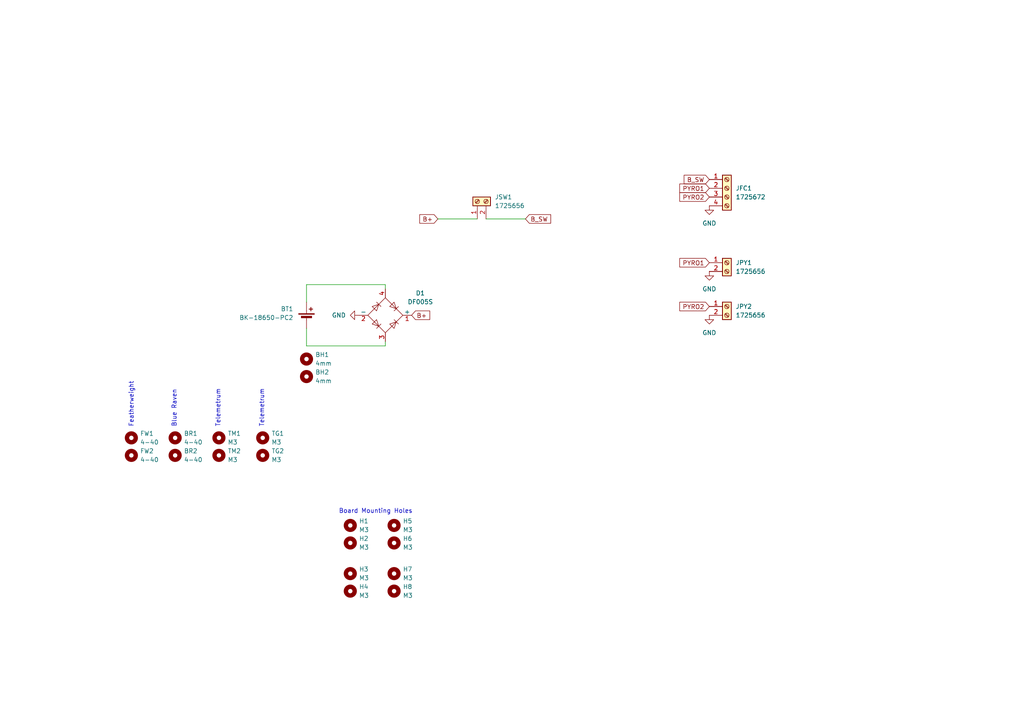
<source format=kicad_sch>
(kicad_sch (version 20250114) (generator "eeschema") (generator_version "9.0")
  (paper "A4")
  (lib_symbols
    (symbol "Connector:Screw_Terminal_01x02" (pin_names (offset 1.016) (hide yes))
      (property "Reference" "J" (at 0 2.54 0))
      (property "Value" "Screw_Terminal_01x02" (at 0 -5.08 0))
      (symbol "Screw_Terminal_01x02_1_1"
        (rectangle (start -1.27 1.27) (end 1.27 -3.81) (stroke (width 0.254)) (fill (type background)))
        (polyline (pts (xy -0.5334 0.3302) (xy 0.3302 -0.508)) (stroke (width 0.1524)))
        (polyline (pts (xy -0.5334 -2.2098) (xy 0.3302 -3.048)) (stroke (width 0.1524)))
        (polyline (pts (xy -0.3556 0.508) (xy 0.508 -0.3302)) (stroke (width 0.1524)))
        (polyline (pts (xy -0.3556 -2.032) (xy 0.508 -2.8702)) (stroke (width 0.1524)))
        (circle (center 0 0) (radius 0.635) (stroke (width 0.1524)))
        (circle (center 0 -2.54) (radius 0.635) (stroke (width 0.1524)))
        (pin passive line (at -5.08 0 0) (length 3.81) (name "Pin_1") (number "1"))
        (pin passive line (at -5.08 -2.54 0) (length 3.81) (name "Pin_2") (number "2"))
      )
    )
    (symbol "Connector:Screw_Terminal_01x04" (pin_names (offset 1.016) (hide yes))
      (property "Reference" "J" (at 0 5.08 0))
      (property "Value" "Screw_Terminal_01x04" (at 0 -7.62 0))
      (symbol "Screw_Terminal_01x04_1_1"
        (rectangle (start -1.27 3.81) (end 1.27 -6.35) (stroke (width 0.254)) (fill (type background)))
        (polyline (pts (xy -0.5334 2.8702) (xy 0.3302 2.032)) (stroke (width 0.1524)))
        (polyline (pts (xy -0.5334 0.3302) (xy 0.3302 -0.508)) (stroke (width 0.1524)))
        (polyline (pts (xy -0.5334 -2.2098) (xy 0.3302 -3.048)) (stroke (width 0.1524)))
        (polyline (pts (xy -0.5334 -4.7498) (xy 0.3302 -5.588)) (stroke (width 0.1524)))
        (polyline (pts (xy -0.3556 3.048) (xy 0.508 2.2098)) (stroke (width 0.1524)))
        (polyline (pts (xy -0.3556 0.508) (xy 0.508 -0.3302)) (stroke (width 0.1524)))
        (polyline (pts (xy -0.3556 -2.032) (xy 0.508 -2.8702)) (stroke (width 0.1524)))
        (polyline (pts (xy -0.3556 -4.572) (xy 0.508 -5.4102)) (stroke (width 0.1524)))
        (circle (center 0 2.54) (radius 0.635) (stroke (width 0.1524)))
        (circle (center 0 0) (radius 0.635) (stroke (width 0.1524)))
        (circle (center 0 -2.54) (radius 0.635) (stroke (width 0.1524)))
        (circle (center 0 -5.08) (radius 0.635) (stroke (width 0.1524)))
        (pin passive line (at -5.08 2.54 0) (length 3.81) (name "Pin_1") (number "1"))
        (pin passive line (at -5.08 0 0) (length 3.81) (name "Pin_2") (number "2"))
        (pin passive line (at -5.08 -2.54 0) (length 3.81) (name "Pin_3") (number "3"))
        (pin passive line (at -5.08 -5.08 0) (length 3.81) (name "Pin_4") (number "4"))
      )
    )
    (symbol "Device:Battery_Cell" (pin_numbers (hide yes)) (pin_names (offset 0) (hide yes))
      (property "Reference" "BT" (at 2.54 2.54 0))
      (property "Value" "Battery_Cell" (at 2.54 0 0))
      (symbol "Battery_Cell_0_1"
        (rectangle (start -2.286 1.778) (end 2.286 1.524) (fill (type outline)))
        (rectangle (start -1.524 1.016) (end 1.524 0.508) (fill (type outline)))
        (polyline (pts (xy 0 1.778) (xy 0 2.54)))
        (polyline (pts (xy 0 0.762) (xy 0 0)))
        (polyline (pts (xy 0.762 3.048) (xy 1.778 3.048)) (stroke (width 0.254)))
        (polyline (pts (xy 1.27 3.556) (xy 1.27 2.54)) (stroke (width 0.254)))
      )
      (symbol "Battery_Cell_1_1"
        (pin passive line (at 0 5.08 270) (length 2.54) (name "+") (number "1"))
        (pin passive line (at 0 -2.54 90) (length 2.54) (name "-") (number "2"))
      )
    )
    (symbol "Diode_Bridge:DF005S" (pin_names (offset 0))
      (property "Reference" "D" (at 2.54 6.985 0))
      (property "Value" "DF005S" (at 2.54 5.08 0))
      (symbol "DF005S_0_1"
        (polyline (pts (xy -5.08 0) (xy 0 -5.08) (xy 5.08 0) (xy 0 5.08) (xy -5.08 0)))
        (polyline (pts (xy -3.81 2.54) (xy -2.54 1.27) (xy -1.905 3.175) (xy -3.81 2.54)))
        (polyline (pts (xy -2.54 3.81) (xy -1.27 2.54)))
        (polyline (pts (xy -2.54 -1.27) (xy -3.81 -2.54) (xy -1.905 -3.175) (xy -2.54 -1.27)))
        (polyline (pts (xy -1.27 -2.54) (xy -2.54 -3.81)))
        (polyline (pts (xy 1.27 2.54) (xy 2.54 3.81) (xy 3.175 1.905) (xy 1.27 2.54)))
        (polyline (pts (xy 2.54 1.27) (xy 3.81 2.54)))
        (polyline (pts (xy 2.54 -1.27) (xy 3.81 -2.54)))
        (polyline (pts (xy 3.175 -1.905) (xy 1.27 -2.54) (xy 2.54 -3.81) (xy 3.175 -1.905)))
      )
      (symbol "DF005S_1_1"
        (pin passive line (at -7.62 0 0) (length 2.54) (name "-") (number "2"))
        (pin passive line (at 0 7.62 270) (length 2.54) (name "~") (number "4"))
        (pin passive line (at 0 -7.62 90) (length 2.54) (name "~") (number "3"))
        (pin passive line (at 7.62 0 180) (length 2.54) (name "+") (number "1"))
      )
    )
    (symbol "Mechanical:MountingHole" (pin_names (offset 1.016)) (in_bom no)
      (property "Reference" "H" (at 0 5.08 0))
      (property "Value" "MountingHole" (at 0 3.175 0))
      (symbol "MountingHole_0_1"
        (circle (center 0 0) (radius 1.27) (stroke (width 1.27)))
      )
    )
    (symbol "power:GND" (power) (pin_numbers (hide yes)) (pin_names (offset 0) (hide yes))
      (property "Value" "GND" (at 0 -3.81 0))
      (symbol "GND_0_1"
        (polyline (pts (xy 0 0) (xy 0 -1.27) (xy 1.27 -1.27) (xy 0 -2.54) (xy -1.27 -1.27) (xy 0 -1.27)))
      )
      (symbol "GND_1_1"
        (pin power_in line (at 0 0 270) (length 0) (name "~") (number "1"))
      )
    )
  )
  (text "Blue Raven" (at 50.546 123.952 90) (effects (font (size 1.27 1.27)) (justify left)))
  (text "Telemetrum" (at 63.246 123.952 90) (effects (font (size 1.27 1.27)) (justify left)))
  (text "Featherweight" (at 38.1 123.952 90) (effects (font (size 1.27 1.27)) (justify left)))
  (text "Telemetrum" (at 75.946 123.952 90) (effects (font (size 1.27 1.27)) (justify left)))
  (text "Board Mounting Holes" (at 108.966 148.336 0) (effects (font (size 1.27 1.27))))
  (wire (pts (xy 88.9 100.33) (xy 88.9 95.25)))
  (wire (pts (xy 111.76 99.06) (xy 111.76 100.33)))
  (wire (pts (xy 111.76 83.82) (xy 111.76 82.55)))
  (wire (pts (xy 88.9 82.55) (xy 88.9 87.63)))
  (wire (pts (xy 127 63.5) (xy 138.43 63.5)))
  (wire (pts (xy 111.76 100.33) (xy 88.9 100.33)))
  (wire (pts (xy 140.97 63.5) (xy 152.4 63.5)))
  (wire (pts (xy 111.76 82.55) (xy 88.9 82.55)))
  (global_label "PYRO1" (shape input) (at 205.74 54.61 180) (property "Intersheetrefs" "${INTERSHEET_REFS}" (effects (hide yes))))
  (global_label "B_SW" (shape input) (at 205.74 52.07 180) (property "Intersheetrefs" "${INTERSHEET_REFS}" (effects (hide yes))))
  (global_label "PYRO1" (shape input) (at 205.74 76.2 180) (property "Intersheetrefs" "${INTERSHEET_REFS}" (effects (hide yes))))
  (global_label "B_SW" (shape input) (at 152.4 63.5 0) (property "Intersheetrefs" "${INTERSHEET_REFS}" (effects (hide yes))))
  (global_label "PYRO2" (shape input) (at 205.74 57.15 180) (property "Intersheetrefs" "${INTERSHEET_REFS}" (effects (hide yes))))
  (global_label "PYRO2" (shape input) (at 205.74 88.9 180) (property "Intersheetrefs" "${INTERSHEET_REFS}" (effects (hide yes))))
  (global_label "B+" (shape input) (at 127 63.5 180) (property "Intersheetrefs" "${INTERSHEET_REFS}" (effects (hide yes))))
  (global_label "B+" (shape input) (at 119.38 91.44 0) (property "Intersheetrefs" "${INTERSHEET_REFS}" (effects (hide yes))))
  (symbol (lib_id "Connector:Screw_Terminal_01x02") (at 138.43 58.42 90) (unit 1)
    (property "Reference" "JSW1" (at 143.51 57.1499 90) (effects (justify right)))
    (property "Value" "1725656" (at 143.51 59.6899 90) (effects (justify right)))
    (property "Footprint" "Connector_PinHeader_2.54mm:PinHeader_1x02_P2.54mm_Vertical" (effects (hide yes)))
    (property "Description" "Generic screw terminal, single row, 01x02, script generated (kicad-library-utils/schlib/autogen/connector/)" (effects (hide yes)))
    (property "DKPN" "277-1273-ND" (effects (hide yes)))
  )
  (symbol (lib_id "Mechanical:MountingHole") (at 38.1 127 0) (unit 1) (in_bom no)
    (property "Reference" "FW1" (at 40.64 125.7299 0) (effects (justify left)))
    (property "Value" "4-40" (at 40.64 128.2699 0) (effects (justify left)))
    (property "Footprint" "MountingHole:MountingHole_3.2mm_M3" (effects (hide yes)))
    (property "Description" "Mounting Hole without connection" (effects (hide yes)))
  )
  (symbol (lib_id "Mechanical:MountingHole") (at 50.8 132.08 0) (unit 1) (in_bom no)
    (property "Reference" "BR2" (at 53.34 130.8099 0) (effects (justify left)))
    (property "Value" "4-40" (at 53.34 133.3499 0) (effects (justify left)))
    (property "Footprint" "MountingHole:MountingHole_3.2mm_M3" (effects (hide yes)))
    (property "Description" "Mounting Hole without connection" (effects (hide yes)))
  )
  (symbol (lib_id "Mechanical:MountingHole") (at 114.3 157.48 0) (unit 1) (in_bom no)
    (property "Reference" "H6" (at 116.84 156.2099 0) (effects (justify left)))
    (property "Value" "M3" (at 116.84 158.7499 0) (effects (justify left)))
    (property "Footprint" "MountingHole:MountingHole_3.2mm_M3" (effects (hide yes)))
    (property "Description" "Mounting Hole without connection" (effects (hide yes)))
  )
  (symbol (lib_id "power:GND") (at 205.74 78.74 0) (unit 1)
    (property "Reference" "#PWR03" (effects (hide yes)))
    (property "Value" "GND" (at 205.74 83.82 0))
    (property "Description" "Power symbol creates a global label with name \"GND\" , ground" (effects (hide yes)))
  )
  (symbol (lib_id "Connector:Screw_Terminal_01x02") (at 210.82 88.9 0) (unit 1)
    (property "Reference" "JPY2" (at 213.36 88.8999 0) (effects (justify left)))
    (property "Value" "1725656" (at 213.36 91.4399 0) (effects (justify left)))
    (property "Footprint" "Connector_PinHeader_2.54mm:PinHeader_1x02_P2.54mm_Vertical" (effects (hide yes)))
    (property "Description" "Generic screw terminal, single row, 01x02, script generated (kicad-library-utils/schlib/autogen/connector/)" (effects (hide yes)))
    (property "DKPN" "277-1273-ND" (effects (hide yes)))
  )
  (symbol (lib_id "Mechanical:MountingHole") (at 101.6 157.48 0) (unit 1) (in_bom no)
    (property "Reference" "H2" (at 104.14 156.2099 0) (effects (justify left)))
    (property "Value" "M3" (at 104.14 158.7499 0) (effects (justify left)))
    (property "Footprint" "MountingHole:MountingHole_3.2mm_M3" (effects (hide yes)))
    (property "Description" "Mounting Hole without connection" (effects (hide yes)))
  )
  (symbol (lib_id "Mechanical:MountingHole") (at 114.3 166.37 0) (unit 1) (in_bom no)
    (property "Reference" "H7" (at 116.84 165.0999 0) (effects (justify left)))
    (property "Value" "M3" (at 116.84 167.6399 0) (effects (justify left)))
    (property "Footprint" "MountingHole:MountingHole_3.2mm_M3" (effects (hide yes)))
    (property "Description" "Mounting Hole without connection" (effects (hide yes)))
  )
  (symbol (lib_id "power:GND") (at 205.74 91.44 0) (unit 1)
    (property "Reference" "#PWR04" (effects (hide yes)))
    (property "Value" "GND" (at 205.74 96.52 0))
    (property "Description" "Power symbol creates a global label with name \"GND\" , ground" (effects (hide yes)))
  )
  (symbol (lib_id "Mechanical:MountingHole") (at 114.3 171.45 0) (unit 1) (in_bom no)
    (property "Reference" "H8" (at 116.84 170.1799 0) (effects (justify left)))
    (property "Value" "M3" (at 116.84 172.7199 0) (effects (justify left)))
    (property "Footprint" "MountingHole:MountingHole_3.2mm_M3" (effects (hide yes)))
    (property "Description" "Mounting Hole without connection" (effects (hide yes)))
  )
  (symbol (lib_id "Mechanical:MountingHole") (at 38.1 132.08 0) (unit 1) (in_bom no)
    (property "Reference" "FW2" (at 40.64 130.8099 0) (effects (justify left)))
    (property "Value" "4-40" (at 40.64 133.3499 0) (effects (justify left)))
    (property "Footprint" "MountingHole:MountingHole_3.2mm_M3" (effects (hide yes)))
    (property "Description" "Mounting Hole without connection" (effects (hide yes)))
  )
  (symbol (lib_id "Diode_Bridge:DF005S") (at 111.76 91.44 0) (unit 1)
    (property "Reference" "D1" (at 121.92 85.0198 0))
    (property "Value" "DF005S" (at 121.92 87.5598 0))
    (property "Footprint" "Diode_SMD:Diode_Bridge_OnSemi_SDIP-4L" (effects (hide yes)))
    (property "Datasheet" "https://www.onsemi.com/download/data-sheet/pdf/df10s-d.pdf" (effects (hide yes)))
    (property "Description" "Bridge Rectifier, 35V Vrms, 1.5A If, SMDIP-4" (effects (hide yes)))
    (property "DKPN" "DF005SDI-ND" (effects (hide yes)))
  )
  (symbol (lib_id "Mechanical:MountingHole") (at 63.5 132.08 0) (unit 1) (in_bom no)
    (property "Reference" "TM2" (at 66.04 130.8099 0) (effects (justify left)))
    (property "Value" "M3" (at 66.04 133.3499 0) (effects (justify left)))
    (property "Footprint" "MountingHole:MountingHole_3.2mm_M3" (effects (hide yes)))
    (property "Description" "Mounting Hole without connection" (effects (hide yes)))
  )
  (symbol (lib_id "Mechanical:MountingHole") (at 101.6 152.4 0) (unit 1) (in_bom no)
    (property "Reference" "H1" (at 104.14 151.1299 0) (effects (justify left)))
    (property "Value" "M3" (at 104.14 153.6699 0) (effects (justify left)))
    (property "Footprint" "MountingHole:MountingHole_3.2mm_M3" (effects (hide yes)))
    (property "Description" "Mounting Hole without connection" (effects (hide yes)))
  )
  (symbol (lib_id "power:GND") (at 104.14 91.44 270) (unit 1)
    (property "Reference" "#PWR02" (effects (hide yes)))
    (property "Value" "GND" (at 100.33 91.4399 90) (effects (justify right)))
    (property "Description" "Power symbol creates a global label with name \"GND\" , ground" (effects (hide yes)))
  )
  (symbol (lib_id "Mechanical:MountingHole") (at 63.5 127 0) (unit 1) (in_bom no)
    (property "Reference" "TM1" (at 66.04 125.7299 0) (effects (justify left)))
    (property "Value" "M3" (at 66.04 128.2699 0) (effects (justify left)))
    (property "Footprint" "MountingHole:MountingHole_3.2mm_M3" (effects (hide yes)))
    (property "Description" "Mounting Hole without connection" (effects (hide yes)))
  )
  (symbol (lib_id "Mechanical:MountingHole") (at 76.2 127 0) (unit 1) (in_bom no)
    (property "Reference" "TG1" (at 78.74 125.7299 0) (effects (justify left)))
    (property "Value" "M3" (at 78.74 128.2699 0) (effects (justify left)))
    (property "Footprint" "MountingHole:MountingHole_3.2mm_M3" (effects (hide yes)))
    (property "Description" "Mounting Hole without connection" (effects (hide yes)))
  )
  (symbol (lib_id "Mechanical:MountingHole") (at 101.6 171.45 0) (unit 1) (in_bom no)
    (property "Reference" "H4" (at 104.14 170.1799 0) (effects (justify left)))
    (property "Value" "M3" (at 104.14 172.7199 0) (effects (justify left)))
    (property "Footprint" "MountingHole:MountingHole_3.2mm_M3" (effects (hide yes)))
    (property "Description" "Mounting Hole without connection" (effects (hide yes)))
  )
  (symbol (lib_id "Mechanical:MountingHole") (at 76.2 132.08 0) (unit 1) (in_bom no)
    (property "Reference" "TG2" (at 78.74 130.8099 0) (effects (justify left)))
    (property "Value" "M3" (at 78.74 133.3499 0) (effects (justify left)))
    (property "Footprint" "MountingHole:MountingHole_3.2mm_M3" (effects (hide yes)))
    (property "Description" "Mounting Hole without connection" (effects (hide yes)))
  )
  (symbol (lib_id "Mechanical:MountingHole") (at 101.6 166.37 0) (unit 1) (in_bom no)
    (property "Reference" "H3" (at 104.14 165.0999 0) (effects (justify left)))
    (property "Value" "M3" (at 104.14 167.6399 0) (effects (justify left)))
    (property "Footprint" "MountingHole:MountingHole_3.2mm_M3" (effects (hide yes)))
    (property "Description" "Mounting Hole without connection" (effects (hide yes)))
  )
  (symbol (lib_id "power:GND") (at 205.74 59.69 0) (unit 1)
    (property "Reference" "#PWR01" (effects (hide yes)))
    (property "Value" "GND" (at 205.74 64.77 0))
    (property "Description" "Power symbol creates a global label with name \"GND\" , ground" (effects (hide yes)))
  )
  (symbol (lib_id "Device:Battery_Cell") (at 88.9 92.71 0) (unit 1)
    (property "Reference" "BT1" (at 85.09 89.5984 0) (effects (justify right)))
    (property "Value" "BK-18650-PC2" (at 85.09 92.1384 0) (effects (justify right)))
    (property "Footprint" "Battery:BatteryHolder_MPD_BK-18650-PC2" (effects (hide yes)))
    (property "Description" "Single-cell battery" (effects (hide yes)))
    (property "DKPN" "BK-18650-PC2-ND" (effects (hide yes)))
  )
  (symbol (lib_id "Mechanical:MountingHole") (at 88.9 109.22 0) (unit 1) (in_bom no)
    (property "Reference" "BH2" (at 91.44 107.9499 0) (effects (justify left)))
    (property "Value" "4mm" (at 91.44 110.4899 0) (effects (justify left)))
    (property "Footprint" "MountingHole:MountingHole_4.3mm_M4" (effects (hide yes)))
    (property "Description" "Mounting Hole without connection" (effects (hide yes)))
  )
  (symbol (lib_id "Mechanical:MountingHole") (at 50.8 127 0) (unit 1) (in_bom no)
    (property "Reference" "BR1" (at 53.34 125.7299 0) (effects (justify left)))
    (property "Value" "4-40" (at 53.34 128.2699 0) (effects (justify left)))
    (property "Footprint" "MountingHole:MountingHole_3.2mm_M3" (effects (hide yes)))
    (property "Description" "Mounting Hole without connection" (effects (hide yes)))
  )
  (symbol (lib_id "Mechanical:MountingHole") (at 114.3 152.4 0) (unit 1) (in_bom no)
    (property "Reference" "H5" (at 116.84 151.1299 0) (effects (justify left)))
    (property "Value" "M3" (at 116.84 153.6699 0) (effects (justify left)))
    (property "Footprint" "MountingHole:MountingHole_3.2mm_M3" (effects (hide yes)))
    (property "Description" "Mounting Hole without connection" (effects (hide yes)))
  )
  (symbol (lib_id "Connector:Screw_Terminal_01x04") (at 210.82 54.61 0) (unit 1)
    (property "Reference" "JFC1" (at 213.36 54.6099 0) (effects (justify left)))
    (property "Value" "1725672" (at 213.36 57.1499 0) (effects (justify left)))
    (property "Footprint" "Connector_PinHeader_2.54mm:PinHeader_1x04_P2.54mm_Vertical" (effects (hide yes)))
    (property "Description" "Generic screw terminal, single row, 01x04, script generated (kicad-library-utils/schlib/autogen/connector/)" (effects (hide yes)))
    (property "DKPN" "277-1275-ND" (effects (hide yes)))
  )
  (symbol (lib_id "Mechanical:MountingHole") (at 88.9 104.14 0) (unit 1) (in_bom no)
    (property "Reference" "BH1" (at 91.44 102.8699 0) (effects (justify left)))
    (property "Value" "4mm" (at 91.44 105.4099 0) (effects (justify left)))
    (property "Footprint" "MountingHole:MountingHole_4.3mm_M4" (effects (hide yes)))
    (property "Description" "Mounting Hole without connection" (effects (hide yes)))
  )
  (symbol (lib_id "Connector:Screw_Terminal_01x02") (at 210.82 76.2 0) (unit 1)
    (property "Reference" "JPY1" (at 213.36 76.1999 0) (effects (justify left)))
    (property "Value" "1725656" (at 213.36 78.7399 0) (effects (justify left)))
    (property "Footprint" "Connector_PinHeader_2.54mm:PinHeader_1x02_P2.54mm_Vertical" (effects (hide yes)))
    (property "Description" "Generic screw terminal, single row, 01x02, script generated (kicad-library-utils/schlib/autogen/connector/)" (effects (hide yes)))
    (property "DKPN" "277-1273-ND" (effects (hide yes)))
  )
)
</source>
